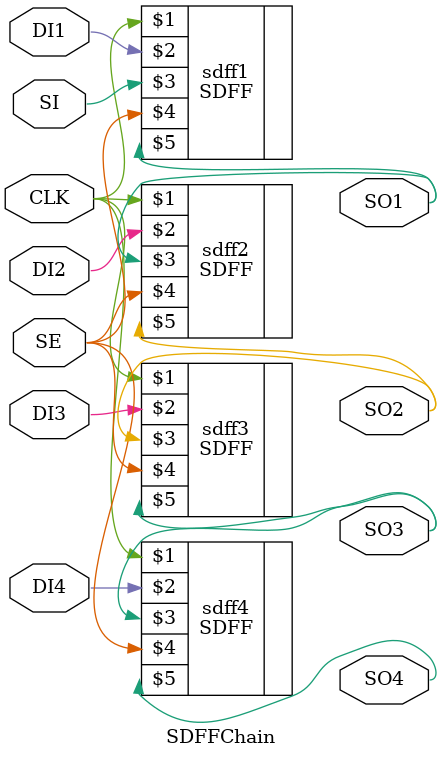
<source format=v>
`timescale 1ns/1ps

module SDFFChain(CLK, DI1, DI2, DI3, DI4, SI, SE, SO1, SO2, SO3, SO4);

	input CLK, DI1, DI2, DI3, DI4, SI, SE;
	output SO1, SO2, SO3, SO4;
	//Input wires for each element
	wire CLK, DI1, DI2, DI3, DI4, SI, SE;
	//Output wires for each element
	wire SO1, SO2, SO3, SO4;

	// Four scan d flip-flop instances
	//Scan chain
	SDFF sdff1(CLK, DI1, SI, SE, SO1);	//Inputs: SI,  DI1 | Output: SO1
	SDFF sdff2(CLK, DI2, SO1, SE, SO2);	//Inputs: SO1, DI2 | Output: SO2
	SDFF sdff3(CLK, DI3, SO2, SE, SO3); //Inputs: SO2, DI3 | Output: SO3
	SDFF sdff4(CLK, DI4, SO3, SE, SO4); //Inputs: SO3, DI4 | Output: SO4

endmodule
</source>
